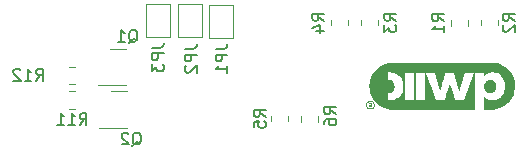
<source format=gbr>
%TF.GenerationSoftware,KiCad,Pcbnew,6.0.2+dfsg-1*%
%TF.CreationDate,2023-02-05T14:32:19-05:00*%
%TF.ProjectId,lin-master,6c696e2d-6d61-4737-9465-722e6b696361,1.0*%
%TF.SameCoordinates,Original*%
%TF.FileFunction,Legend,Bot*%
%TF.FilePolarity,Positive*%
%FSLAX46Y46*%
G04 Gerber Fmt 4.6, Leading zero omitted, Abs format (unit mm)*
G04 Created by KiCad (PCBNEW 6.0.2+dfsg-1) date 2023-02-05 14:32:19*
%MOMM*%
%LPD*%
G01*
G04 APERTURE LIST*
%ADD10C,0.150000*%
%ADD11C,0.120000*%
G04 APERTURE END LIST*
D10*
%TO.C,R12*%
X105342857Y-94552380D02*
X105676190Y-94076190D01*
X105914285Y-94552380D02*
X105914285Y-93552380D01*
X105533333Y-93552380D01*
X105438095Y-93600000D01*
X105390476Y-93647619D01*
X105342857Y-93742857D01*
X105342857Y-93885714D01*
X105390476Y-93980952D01*
X105438095Y-94028571D01*
X105533333Y-94076190D01*
X105914285Y-94076190D01*
X104390476Y-94552380D02*
X104961904Y-94552380D01*
X104676190Y-94552380D02*
X104676190Y-93552380D01*
X104771428Y-93695238D01*
X104866666Y-93790476D01*
X104961904Y-93838095D01*
X104009523Y-93647619D02*
X103961904Y-93600000D01*
X103866666Y-93552380D01*
X103628571Y-93552380D01*
X103533333Y-93600000D01*
X103485714Y-93647619D01*
X103438095Y-93742857D01*
X103438095Y-93838095D01*
X103485714Y-93980952D01*
X104057142Y-94552380D01*
X103438095Y-94552380D01*
%TO.C,R11*%
X109042857Y-98302380D02*
X109376190Y-97826190D01*
X109614285Y-98302380D02*
X109614285Y-97302380D01*
X109233333Y-97302380D01*
X109138095Y-97350000D01*
X109090476Y-97397619D01*
X109042857Y-97492857D01*
X109042857Y-97635714D01*
X109090476Y-97730952D01*
X109138095Y-97778571D01*
X109233333Y-97826190D01*
X109614285Y-97826190D01*
X108090476Y-98302380D02*
X108661904Y-98302380D01*
X108376190Y-98302380D02*
X108376190Y-97302380D01*
X108471428Y-97445238D01*
X108566666Y-97540476D01*
X108661904Y-97588095D01*
X107138095Y-98302380D02*
X107709523Y-98302380D01*
X107423809Y-98302380D02*
X107423809Y-97302380D01*
X107519047Y-97445238D01*
X107614285Y-97540476D01*
X107709523Y-97588095D01*
%TO.C,Q2*%
X113495238Y-100047619D02*
X113590476Y-100000000D01*
X113685714Y-99904761D01*
X113828571Y-99761904D01*
X113923809Y-99714285D01*
X114019047Y-99714285D01*
X113971428Y-99952380D02*
X114066666Y-99904761D01*
X114161904Y-99809523D01*
X114209523Y-99619047D01*
X114209523Y-99285714D01*
X114161904Y-99095238D01*
X114066666Y-99000000D01*
X113971428Y-98952380D01*
X113780952Y-98952380D01*
X113685714Y-99000000D01*
X113590476Y-99095238D01*
X113542857Y-99285714D01*
X113542857Y-99619047D01*
X113590476Y-99809523D01*
X113685714Y-99904761D01*
X113780952Y-99952380D01*
X113971428Y-99952380D01*
X113161904Y-99047619D02*
X113114285Y-99000000D01*
X113019047Y-98952380D01*
X112780952Y-98952380D01*
X112685714Y-99000000D01*
X112638095Y-99047619D01*
X112590476Y-99142857D01*
X112590476Y-99238095D01*
X112638095Y-99380952D01*
X113209523Y-99952380D01*
X112590476Y-99952380D01*
%TO.C,Q1*%
X113195238Y-91347619D02*
X113290476Y-91300000D01*
X113385714Y-91204761D01*
X113528571Y-91061904D01*
X113623809Y-91014285D01*
X113719047Y-91014285D01*
X113671428Y-91252380D02*
X113766666Y-91204761D01*
X113861904Y-91109523D01*
X113909523Y-90919047D01*
X113909523Y-90585714D01*
X113861904Y-90395238D01*
X113766666Y-90300000D01*
X113671428Y-90252380D01*
X113480952Y-90252380D01*
X113385714Y-90300000D01*
X113290476Y-90395238D01*
X113242857Y-90585714D01*
X113242857Y-90919047D01*
X113290476Y-91109523D01*
X113385714Y-91204761D01*
X113480952Y-91252380D01*
X113671428Y-91252380D01*
X112290476Y-91252380D02*
X112861904Y-91252380D01*
X112576190Y-91252380D02*
X112576190Y-90252380D01*
X112671428Y-90395238D01*
X112766666Y-90490476D01*
X112861904Y-90538095D01*
%TO.C,JP3*%
X115152380Y-91766666D02*
X115866666Y-91766666D01*
X116009523Y-91719047D01*
X116104761Y-91623809D01*
X116152380Y-91480952D01*
X116152380Y-91385714D01*
X116152380Y-92242857D02*
X115152380Y-92242857D01*
X115152380Y-92623809D01*
X115200000Y-92719047D01*
X115247619Y-92766666D01*
X115342857Y-92814285D01*
X115485714Y-92814285D01*
X115580952Y-92766666D01*
X115628571Y-92719047D01*
X115676190Y-92623809D01*
X115676190Y-92242857D01*
X115152380Y-93147619D02*
X115152380Y-93766666D01*
X115533333Y-93433333D01*
X115533333Y-93576190D01*
X115580952Y-93671428D01*
X115628571Y-93719047D01*
X115723809Y-93766666D01*
X115961904Y-93766666D01*
X116057142Y-93719047D01*
X116104761Y-93671428D01*
X116152380Y-93576190D01*
X116152380Y-93290476D01*
X116104761Y-93195238D01*
X116057142Y-93147619D01*
%TO.C,JP2*%
X117952380Y-91866666D02*
X118666666Y-91866666D01*
X118809523Y-91819047D01*
X118904761Y-91723809D01*
X118952380Y-91580952D01*
X118952380Y-91485714D01*
X118952380Y-92342857D02*
X117952380Y-92342857D01*
X117952380Y-92723809D01*
X118000000Y-92819047D01*
X118047619Y-92866666D01*
X118142857Y-92914285D01*
X118285714Y-92914285D01*
X118380952Y-92866666D01*
X118428571Y-92819047D01*
X118476190Y-92723809D01*
X118476190Y-92342857D01*
X118047619Y-93295238D02*
X118000000Y-93342857D01*
X117952380Y-93438095D01*
X117952380Y-93676190D01*
X118000000Y-93771428D01*
X118047619Y-93819047D01*
X118142857Y-93866666D01*
X118238095Y-93866666D01*
X118380952Y-93819047D01*
X118952380Y-93247619D01*
X118952380Y-93866666D01*
%TO.C,JP1*%
X120552380Y-91866666D02*
X121266666Y-91866666D01*
X121409523Y-91819047D01*
X121504761Y-91723809D01*
X121552380Y-91580952D01*
X121552380Y-91485714D01*
X121552380Y-92342857D02*
X120552380Y-92342857D01*
X120552380Y-92723809D01*
X120600000Y-92819047D01*
X120647619Y-92866666D01*
X120742857Y-92914285D01*
X120885714Y-92914285D01*
X120980952Y-92866666D01*
X121028571Y-92819047D01*
X121076190Y-92723809D01*
X121076190Y-92342857D01*
X121552380Y-93866666D02*
X121552380Y-93295238D01*
X121552380Y-93580952D02*
X120552380Y-93580952D01*
X120695238Y-93485714D01*
X120790476Y-93390476D01*
X120838095Y-93295238D01*
%TO.C,R1*%
X139898380Y-89511333D02*
X139422190Y-89178000D01*
X139898380Y-88939904D02*
X138898380Y-88939904D01*
X138898380Y-89320857D01*
X138946000Y-89416095D01*
X138993619Y-89463714D01*
X139088857Y-89511333D01*
X139231714Y-89511333D01*
X139326952Y-89463714D01*
X139374571Y-89416095D01*
X139422190Y-89320857D01*
X139422190Y-88939904D01*
X139898380Y-90463714D02*
X139898380Y-89892285D01*
X139898380Y-90178000D02*
X138898380Y-90178000D01*
X139041238Y-90082761D01*
X139136476Y-89987523D01*
X139184095Y-89892285D01*
%TO.C,R4*%
X129738380Y-89479333D02*
X129262190Y-89146000D01*
X129738380Y-88907904D02*
X128738380Y-88907904D01*
X128738380Y-89288857D01*
X128786000Y-89384095D01*
X128833619Y-89431714D01*
X128928857Y-89479333D01*
X129071714Y-89479333D01*
X129166952Y-89431714D01*
X129214571Y-89384095D01*
X129262190Y-89288857D01*
X129262190Y-88907904D01*
X129071714Y-90336476D02*
X129738380Y-90336476D01*
X128690761Y-90098380D02*
X129405047Y-89860285D01*
X129405047Y-90479333D01*
%TO.C,R6*%
X130754380Y-97385333D02*
X130278190Y-97052000D01*
X130754380Y-96813904D02*
X129754380Y-96813904D01*
X129754380Y-97194857D01*
X129802000Y-97290095D01*
X129849619Y-97337714D01*
X129944857Y-97385333D01*
X130087714Y-97385333D01*
X130182952Y-97337714D01*
X130230571Y-97290095D01*
X130278190Y-97194857D01*
X130278190Y-96813904D01*
X129754380Y-98242476D02*
X129754380Y-98052000D01*
X129802000Y-97956761D01*
X129849619Y-97909142D01*
X129992476Y-97813904D01*
X130182952Y-97766285D01*
X130563904Y-97766285D01*
X130659142Y-97813904D01*
X130706761Y-97861523D01*
X130754380Y-97956761D01*
X130754380Y-98147238D01*
X130706761Y-98242476D01*
X130659142Y-98290095D01*
X130563904Y-98337714D01*
X130325809Y-98337714D01*
X130230571Y-98290095D01*
X130182952Y-98242476D01*
X130135333Y-98147238D01*
X130135333Y-97956761D01*
X130182952Y-97861523D01*
X130230571Y-97813904D01*
X130325809Y-97766285D01*
%TO.C,R5*%
X124786380Y-97607333D02*
X124310190Y-97274000D01*
X124786380Y-97035904D02*
X123786380Y-97035904D01*
X123786380Y-97416857D01*
X123834000Y-97512095D01*
X123881619Y-97559714D01*
X123976857Y-97607333D01*
X124119714Y-97607333D01*
X124214952Y-97559714D01*
X124262571Y-97512095D01*
X124310190Y-97416857D01*
X124310190Y-97035904D01*
X123786380Y-98512095D02*
X123786380Y-98035904D01*
X124262571Y-97988285D01*
X124214952Y-98035904D01*
X124167333Y-98131142D01*
X124167333Y-98369238D01*
X124214952Y-98464476D01*
X124262571Y-98512095D01*
X124357809Y-98559714D01*
X124595904Y-98559714D01*
X124691142Y-98512095D01*
X124738761Y-98464476D01*
X124786380Y-98369238D01*
X124786380Y-98131142D01*
X124738761Y-98035904D01*
X124691142Y-97988285D01*
%TO.C,R3*%
X135834380Y-89479333D02*
X135358190Y-89146000D01*
X135834380Y-88907904D02*
X134834380Y-88907904D01*
X134834380Y-89288857D01*
X134882000Y-89384095D01*
X134929619Y-89431714D01*
X135024857Y-89479333D01*
X135167714Y-89479333D01*
X135262952Y-89431714D01*
X135310571Y-89384095D01*
X135358190Y-89288857D01*
X135358190Y-88907904D01*
X134834380Y-89812666D02*
X134834380Y-90431714D01*
X135215333Y-90098380D01*
X135215333Y-90241238D01*
X135262952Y-90336476D01*
X135310571Y-90384095D01*
X135405809Y-90431714D01*
X135643904Y-90431714D01*
X135739142Y-90384095D01*
X135786761Y-90336476D01*
X135834380Y-90241238D01*
X135834380Y-89955523D01*
X135786761Y-89860285D01*
X135739142Y-89812666D01*
%TO.C,R2*%
X145866380Y-89479333D02*
X145390190Y-89146000D01*
X145866380Y-88907904D02*
X144866380Y-88907904D01*
X144866380Y-89288857D01*
X144914000Y-89384095D01*
X144961619Y-89431714D01*
X145056857Y-89479333D01*
X145199714Y-89479333D01*
X145294952Y-89431714D01*
X145342571Y-89384095D01*
X145390190Y-89288857D01*
X145390190Y-88907904D01*
X144961619Y-89860285D02*
X144914000Y-89907904D01*
X144866380Y-90003142D01*
X144866380Y-90241238D01*
X144914000Y-90336476D01*
X144961619Y-90384095D01*
X145056857Y-90431714D01*
X145152095Y-90431714D01*
X145294952Y-90384095D01*
X145866380Y-89812666D01*
X145866380Y-90431714D01*
D11*
%TO.C,R12*%
X108172936Y-94835000D02*
X108627064Y-94835000D01*
X108172936Y-93365000D02*
X108627064Y-93365000D01*
%TO.C,R11*%
X108172936Y-96935000D02*
X108627064Y-96935000D01*
X108172936Y-95465000D02*
X108627064Y-95465000D01*
%TO.C,Q2*%
X112362500Y-98560000D02*
X113012500Y-98560000D01*
X112362500Y-95440000D02*
X113012500Y-95440000D01*
X112362500Y-98560000D02*
X110687500Y-98560000D01*
X112362500Y-95440000D02*
X111712500Y-95440000D01*
%TO.C,Q1*%
X112300000Y-94960000D02*
X112950000Y-94960000D01*
X112300000Y-91840000D02*
X112950000Y-91840000D01*
X112300000Y-94960000D02*
X110625000Y-94960000D01*
X112300000Y-91840000D02*
X111650000Y-91840000D01*
%TO.C,JP3*%
X114700000Y-90900000D02*
X116700000Y-90900000D01*
X114700000Y-88100000D02*
X114700000Y-90900000D01*
X116700000Y-88100000D02*
X114700000Y-88100000D01*
X116700000Y-90900000D02*
X116700000Y-88100000D01*
%TO.C,JP2*%
X117400000Y-90900000D02*
X119400000Y-90900000D01*
X117400000Y-88100000D02*
X117400000Y-90900000D01*
X119400000Y-88100000D02*
X117400000Y-88100000D01*
X119400000Y-90900000D02*
X119400000Y-88100000D01*
%TO.C,JP1*%
X120000000Y-90925000D02*
X122000000Y-90925000D01*
X120000000Y-88125000D02*
X120000000Y-90925000D01*
X122000000Y-88125000D02*
X120000000Y-88125000D01*
X122000000Y-90925000D02*
X122000000Y-88125000D01*
%TO.C,R1*%
X140489000Y-89905064D02*
X140489000Y-89450936D01*
X141959000Y-89905064D02*
X141959000Y-89450936D01*
%TO.C,R4*%
X131799000Y-89873064D02*
X131799000Y-89418936D01*
X130329000Y-89873064D02*
X130329000Y-89418936D01*
%TO.C,R6*%
X129259000Y-97562936D02*
X129259000Y-98017064D01*
X127789000Y-97562936D02*
X127789000Y-98017064D01*
%TO.C,G\u002A\u002A\u002A*%
G36*
X138931098Y-97011520D02*
G01*
X135326639Y-97007027D01*
X135181125Y-96973563D01*
X135114898Y-96957500D01*
X134885780Y-96887093D01*
X134676981Y-96797419D01*
X134484879Y-96686464D01*
X134305853Y-96552215D01*
X134136282Y-96392659D01*
X134071488Y-96322412D01*
X133919830Y-96130187D01*
X133796345Y-95927867D01*
X133700766Y-95714788D01*
X133664163Y-95593835D01*
X135123490Y-95593835D01*
X135127545Y-95895796D01*
X135131601Y-96197756D01*
X135274129Y-96199928D01*
X135343860Y-96199872D01*
X135491896Y-96189951D01*
X135569694Y-96175251D01*
X136609391Y-96175251D01*
X137359539Y-96175251D01*
X137509569Y-96175251D01*
X138259716Y-96175251D01*
X138259716Y-93889495D01*
X138364737Y-93889495D01*
X138365696Y-93892776D01*
X138374965Y-93919593D01*
X138393455Y-93971542D01*
X138420397Y-94046501D01*
X138455020Y-94142347D01*
X138496555Y-94256958D01*
X138544233Y-94388213D01*
X138597284Y-94533989D01*
X138654938Y-94692164D01*
X138716426Y-94860615D01*
X138780977Y-95037221D01*
X139197218Y-96175251D01*
X139572383Y-96175233D01*
X139947549Y-96175216D01*
X140164114Y-95469867D01*
X140171019Y-95447401D01*
X140213575Y-95309926D01*
X140253568Y-95182384D01*
X140290121Y-95067458D01*
X140322360Y-94967832D01*
X140349407Y-94886189D01*
X140370387Y-94825213D01*
X140384423Y-94787589D01*
X140390639Y-94775999D01*
X140390797Y-94776224D01*
X140397665Y-94794282D01*
X140412401Y-94838007D01*
X140434105Y-94904576D01*
X140461878Y-94991169D01*
X140494820Y-95094965D01*
X140532031Y-95213143D01*
X140572611Y-95342884D01*
X140615659Y-95481365D01*
X140830720Y-96175251D01*
X141582870Y-96174735D01*
X142412626Y-93887301D01*
X142036304Y-93883287D01*
X141990500Y-93882855D01*
X141867888Y-93882453D01*
X141773692Y-93883498D01*
X141706735Y-93886030D01*
X141665840Y-93890084D01*
X141649829Y-93895700D01*
X141648357Y-93899287D01*
X141639131Y-93927249D01*
X141622628Y-93980171D01*
X141599673Y-94055317D01*
X141571091Y-94149950D01*
X141537706Y-94261332D01*
X141500343Y-94386728D01*
X141459825Y-94523399D01*
X141416979Y-94668609D01*
X141398255Y-94732059D01*
X141356481Y-94872469D01*
X141317384Y-95002329D01*
X141281777Y-95119032D01*
X141250475Y-95219967D01*
X141224290Y-95302525D01*
X141204037Y-95364097D01*
X141190529Y-95402073D01*
X141184580Y-95413845D01*
X141181089Y-95405058D01*
X141169738Y-95370058D01*
X141151665Y-95311288D01*
X141127755Y-95231722D01*
X141098893Y-95134333D01*
X141065965Y-95022096D01*
X141029855Y-94897985D01*
X140991449Y-94764974D01*
X140969188Y-94687636D01*
X140929953Y-94551529D01*
X140892549Y-94422027D01*
X140858053Y-94302836D01*
X140827538Y-94197664D01*
X140802078Y-94110214D01*
X140782748Y-94044194D01*
X140770623Y-94003309D01*
X140733226Y-93879270D01*
X140371274Y-93883286D01*
X140009321Y-93887301D01*
X139937353Y-94134850D01*
X139924581Y-94178782D01*
X139861325Y-94396298D01*
X139805801Y-94587001D01*
X139757475Y-94752579D01*
X139715813Y-94894719D01*
X139680282Y-95015109D01*
X139650348Y-95115437D01*
X139625477Y-95197388D01*
X139605135Y-95262651D01*
X139588788Y-95312913D01*
X139575903Y-95349862D01*
X139565946Y-95375183D01*
X139558382Y-95390566D01*
X139552679Y-95397697D01*
X139548302Y-95398263D01*
X139544718Y-95393952D01*
X139541392Y-95386451D01*
X139540396Y-95383743D01*
X139531074Y-95354946D01*
X139514403Y-95300935D01*
X139491259Y-95224635D01*
X139462519Y-95128972D01*
X139429059Y-95016870D01*
X139391755Y-94891256D01*
X139351485Y-94755055D01*
X139309124Y-94611193D01*
X139094199Y-93879799D01*
X138729468Y-93879799D01*
X138654936Y-93880004D01*
X138561328Y-93880898D01*
X138481430Y-93882402D01*
X138419316Y-93884409D01*
X138379061Y-93886809D01*
X138364737Y-93889495D01*
X138259716Y-93889495D01*
X138259716Y-93879799D01*
X137509569Y-93879799D01*
X137509569Y-96175251D01*
X137359539Y-96175251D01*
X137359539Y-93879799D01*
X136609391Y-93879799D01*
X136609391Y-96175251D01*
X135569694Y-96175251D01*
X135626693Y-96164481D01*
X135758144Y-96121204D01*
X135896142Y-96057859D01*
X135999280Y-95997173D01*
X136131507Y-95890835D01*
X136242401Y-95763855D01*
X136330524Y-95617688D01*
X136353140Y-95570739D01*
X136389801Y-95487249D01*
X136416288Y-95411475D01*
X136434166Y-95335893D01*
X136445003Y-95252975D01*
X136450365Y-95155195D01*
X136451819Y-95035027D01*
X136449773Y-94910388D01*
X136442054Y-94800265D01*
X136426978Y-94704755D01*
X136402870Y-94616094D01*
X136368052Y-94526517D01*
X136320848Y-94428256D01*
X136297164Y-94385611D01*
X136213710Y-94267819D01*
X136110452Y-94157417D01*
X135994822Y-94061725D01*
X135874247Y-93988067D01*
X135847492Y-93974988D01*
X135722627Y-93922636D01*
X135599624Y-93887516D01*
X135468467Y-93867311D01*
X135319137Y-93859705D01*
X135131601Y-93857295D01*
X135127545Y-94168606D01*
X135123490Y-94479917D01*
X135240068Y-94480247D01*
X135305727Y-94483074D01*
X135392024Y-94499634D01*
X135466765Y-94534135D01*
X135539654Y-94590134D01*
X135608541Y-94671504D01*
X135659240Y-94771503D01*
X135691285Y-94884435D01*
X135704512Y-95004878D01*
X135698756Y-95127406D01*
X135673851Y-95246596D01*
X135629633Y-95357024D01*
X135565936Y-95453265D01*
X135521011Y-95499226D01*
X135449642Y-95546185D01*
X135363348Y-95574740D01*
X135256117Y-95587494D01*
X135123490Y-95593835D01*
X133664163Y-95593835D01*
X133632826Y-95490284D01*
X133592258Y-95253691D01*
X133578795Y-95004342D01*
X133579562Y-94942142D01*
X133596943Y-94715903D01*
X133638326Y-94502236D01*
X133705168Y-94295078D01*
X133798928Y-94088366D01*
X133828782Y-94032644D01*
X133959974Y-93826466D01*
X134112845Y-93640507D01*
X134286231Y-93475660D01*
X134478964Y-93332817D01*
X134689882Y-93212870D01*
X134917818Y-93116710D01*
X135161606Y-93045230D01*
X135171929Y-93042928D01*
X135185357Y-93040352D01*
X135200982Y-93037954D01*
X135219834Y-93035726D01*
X135242943Y-93033663D01*
X135271338Y-93031758D01*
X135306050Y-93030005D01*
X135348109Y-93028398D01*
X135398545Y-93026930D01*
X135458388Y-93025595D01*
X135528667Y-93024387D01*
X135610412Y-93023299D01*
X135704654Y-93022326D01*
X135812423Y-93021460D01*
X135934748Y-93020696D01*
X136072660Y-93020027D01*
X136227188Y-93019447D01*
X136399362Y-93018950D01*
X136590213Y-93018529D01*
X136800770Y-93018178D01*
X137032063Y-93017891D01*
X137285123Y-93017661D01*
X137560979Y-93017482D01*
X137860660Y-93017348D01*
X138185198Y-93017253D01*
X138535622Y-93017189D01*
X138912962Y-93017152D01*
X139318248Y-93017134D01*
X139752510Y-93017129D01*
X144223390Y-93017129D01*
X144385031Y-93058185D01*
X144482715Y-93085212D01*
X144710838Y-93167901D01*
X144921519Y-93274139D01*
X145117020Y-93405173D01*
X145299606Y-93562251D01*
X145460785Y-93734800D01*
X145604828Y-93929400D01*
X145721843Y-94136853D01*
X145812078Y-94357670D01*
X145875777Y-94592365D01*
X145913187Y-94841450D01*
X145919941Y-95063035D01*
X145899297Y-95291307D01*
X145851852Y-95521017D01*
X145778278Y-95747667D01*
X145737606Y-95844628D01*
X145628344Y-96050691D01*
X145495279Y-96241415D01*
X145340686Y-96415109D01*
X145166837Y-96570082D01*
X144976007Y-96704640D01*
X144770471Y-96817092D01*
X144552502Y-96905747D01*
X144324375Y-96968912D01*
X144088364Y-97004896D01*
X144072011Y-97005904D01*
X144024235Y-97007575D01*
X143954573Y-97009204D01*
X143868052Y-97010697D01*
X143769696Y-97011959D01*
X143664530Y-97012895D01*
X143300709Y-97015417D01*
X143300709Y-95893318D01*
X143389562Y-95980261D01*
X143408476Y-95998165D01*
X143528679Y-96088219D01*
X143664578Y-96152996D01*
X143815214Y-96192131D01*
X143979626Y-96205257D01*
X144135330Y-96195830D01*
X144307361Y-96160163D01*
X144470939Y-96097162D01*
X144598305Y-96021808D01*
X144720848Y-95917663D01*
X144826390Y-95792510D01*
X144911189Y-95650148D01*
X144944295Y-95579341D01*
X144981052Y-95486965D01*
X145008099Y-95395465D01*
X145028318Y-95294552D01*
X145044589Y-95173939D01*
X145052861Y-95046498D01*
X145046625Y-94876551D01*
X145022397Y-94708842D01*
X144981442Y-94551438D01*
X144925028Y-94412404D01*
X144840508Y-94271016D01*
X144729860Y-94139503D01*
X144600211Y-94030588D01*
X144452985Y-93945453D01*
X144289605Y-93885279D01*
X144287406Y-93884677D01*
X144201385Y-93868170D01*
X144098776Y-93859013D01*
X143988745Y-93857078D01*
X143880459Y-93862239D01*
X143783085Y-93874369D01*
X143705788Y-93893343D01*
X143626330Y-93924848D01*
X143496560Y-93997664D01*
X143379474Y-94094548D01*
X143300709Y-94171332D01*
X143300709Y-93879799D01*
X142535558Y-93879799D01*
X142535558Y-97016013D01*
X138931098Y-97011520D01*
G37*
G36*
X133766332Y-96790372D02*
G01*
X133744237Y-96787910D01*
X133731627Y-96773373D01*
X133728824Y-96737862D01*
X133726440Y-96703033D01*
X133713972Y-96688255D01*
X133683573Y-96685352D01*
X133661198Y-96687234D01*
X133635232Y-96701896D01*
X133613281Y-96737862D01*
X133597026Y-96767083D01*
X133573869Y-96785925D01*
X133537623Y-96790372D01*
X133527346Y-96790329D01*
X133503579Y-96787965D01*
X133497277Y-96777892D01*
X133508384Y-96754505D01*
X133536843Y-96712203D01*
X133539115Y-96708915D01*
X133555661Y-96681444D01*
X133554242Y-96663385D01*
X133534383Y-96640939D01*
X133524182Y-96627998D01*
X133506835Y-96580603D01*
X133505338Y-96542141D01*
X133579229Y-96542141D01*
X133587901Y-96576580D01*
X133615841Y-96596895D01*
X133666590Y-96607449D01*
X133728824Y-96612062D01*
X133728824Y-96488588D01*
X133666590Y-96493201D01*
X133639040Y-96497065D01*
X133597293Y-96514558D01*
X133579229Y-96542141D01*
X133505338Y-96542141D01*
X133504674Y-96525071D01*
X133518960Y-96474980D01*
X133534417Y-96457691D01*
X133579565Y-96435344D01*
X133645016Y-96420692D01*
X133725074Y-96415382D01*
X133803839Y-96415298D01*
X133803839Y-96790372D01*
X133766332Y-96790372D01*
G37*
G36*
X143819533Y-94465294D02*
G01*
X143928719Y-94479587D01*
X144022660Y-94516186D01*
X144107594Y-94577342D01*
X144146425Y-94615559D01*
X144215609Y-94709506D01*
X144261590Y-94817678D01*
X144285274Y-94942644D01*
X144287567Y-95086969D01*
X144280944Y-95158281D01*
X144250945Y-95287571D01*
X144199073Y-95397085D01*
X144125795Y-95486176D01*
X144031578Y-95554197D01*
X143916890Y-95600500D01*
X143897851Y-95605041D01*
X143833987Y-95613389D01*
X143772004Y-95613838D01*
X143714501Y-95607097D01*
X143603500Y-95577396D01*
X143511121Y-95525567D01*
X143434297Y-95449580D01*
X143369961Y-95347401D01*
X143353563Y-95314588D01*
X143330845Y-95262929D01*
X143317042Y-95216195D01*
X143309173Y-95162743D01*
X143304253Y-95090929D01*
X143302699Y-95009570D01*
X143315118Y-94877521D01*
X143348119Y-94764069D01*
X143402736Y-94666213D01*
X143480001Y-94580954D01*
X143502590Y-94561635D01*
X143589043Y-94506127D01*
X143684367Y-94474774D01*
X143795806Y-94464914D01*
X143819533Y-94465294D01*
G37*
G36*
X134001438Y-96782558D02*
G01*
X133947750Y-96865214D01*
X133873730Y-96933565D01*
X133781335Y-96982854D01*
X133765935Y-96987617D01*
X133702888Y-96995368D01*
X133628602Y-96992437D01*
X133555458Y-96979869D01*
X133495837Y-96958713D01*
X133406226Y-96897638D01*
X133340629Y-96819377D01*
X133300512Y-96725644D01*
X133287318Y-96622397D01*
X133367492Y-96622397D01*
X133381975Y-96703113D01*
X133418479Y-96777805D01*
X133475682Y-96840988D01*
X133552263Y-96887175D01*
X133561403Y-96890809D01*
X133648404Y-96908556D01*
X133735694Y-96898502D01*
X133817861Y-96862036D01*
X133889495Y-96800550D01*
X133915393Y-96764886D01*
X133946499Y-96687297D01*
X133954182Y-96603166D01*
X133938237Y-96520657D01*
X133898455Y-96447934D01*
X133845769Y-96394706D01*
X133767896Y-96348784D01*
X133683440Y-96328620D01*
X133597441Y-96334464D01*
X133514939Y-96366566D01*
X133440972Y-96425177D01*
X133409872Y-96464834D01*
X133376350Y-96541142D01*
X133367492Y-96622397D01*
X133287318Y-96622397D01*
X133286735Y-96617838D01*
X133287035Y-96586859D01*
X133291838Y-96531048D01*
X133305060Y-96484785D01*
X133330017Y-96433987D01*
X133350176Y-96401430D01*
X133388007Y-96352134D01*
X133424032Y-96316685D01*
X133487539Y-96277102D01*
X133582952Y-96244474D01*
X133680936Y-96237873D01*
X133776609Y-96256177D01*
X133865084Y-96298262D01*
X133941479Y-96363007D01*
X134000910Y-96449287D01*
X134020914Y-96496373D01*
X134039979Y-96593378D01*
X134039258Y-96603166D01*
X134032833Y-96690360D01*
X134001438Y-96782558D01*
G37*
%TO.C,R5*%
X125249000Y-97546936D02*
X125249000Y-98001064D01*
X126719000Y-97546936D02*
X126719000Y-98001064D01*
%TO.C,R3*%
X134339000Y-89873064D02*
X134339000Y-89418936D01*
X132869000Y-89873064D02*
X132869000Y-89418936D01*
%TO.C,R2*%
X144499000Y-89873064D02*
X144499000Y-89418936D01*
X143029000Y-89873064D02*
X143029000Y-89418936D01*
%TD*%
M02*

</source>
